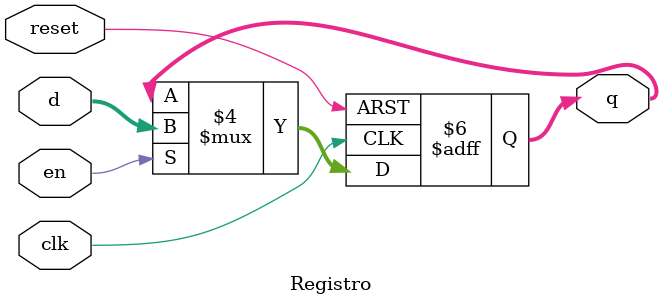
<source format=v>
`timescale 1ns / 1ps


module Registro(
//---------I/O---------
    input [15:0] d,
    input reset,clk,en,
    output reg [15:0] q
    );
//Declaracion de señales internas

    //Cuerpo del modulo
    always@(posedge reset or posedge clk)
    begin//Begin always
        if(reset == 1'b1)
            q <= 16'b0000000000000000;
        else
            begin//begin else
                if(en == 1'b1)
                    q <= d;
        end//end else    
    end//End always
endmodule

</source>
